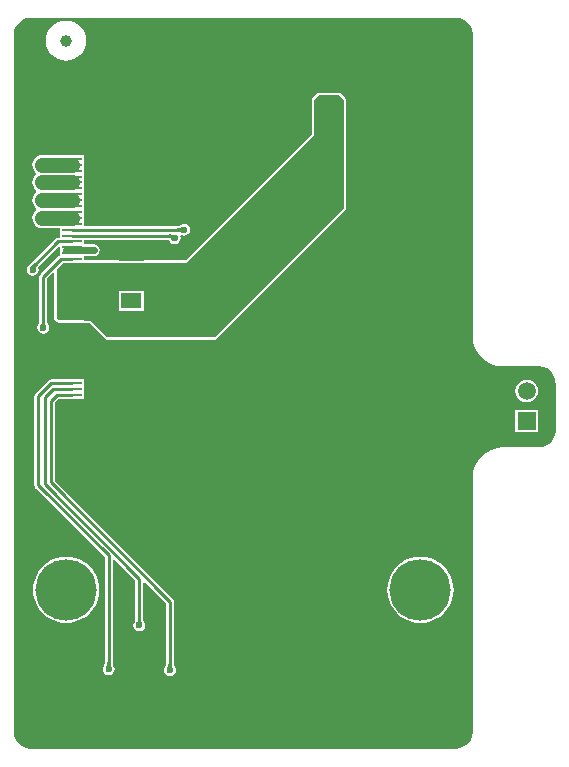
<source format=gtl>
G04 Layer_Physical_Order=1*
G04 Layer_Color=2232046*
%FSLAX44Y44*%
%MOMM*%
G71*
G01*
G75*
%ADD10R,1.7000X1.3000*%
%ADD11R,1.7000X0.2500*%
%ADD12R,1.7000X2.5000*%
%ADD13R,2.5000X2.0500*%
%ADD14C,1.0000*%
%ADD15C,0.2540*%
%ADD16C,1.3000*%
%ADD17C,0.6000*%
%ADD18C,5.2000*%
%ADD19C,1.5000*%
%ADD20R,1.5000X1.5000*%
%ADD21C,0.6000*%
G36*
X20000Y624392D02*
X380000D01*
X380317Y624455D01*
X383752Y624003D01*
X387248Y622555D01*
X390251Y620251D01*
X392555Y617248D01*
X394003Y613752D01*
X394455Y610317D01*
X394392Y610000D01*
Y540000D01*
Y355000D01*
X394392Y355000D01*
X394377D01*
X394869Y350001D01*
X396327Y345194D01*
X398695Y340764D01*
X401881Y336881D01*
X405764Y333695D01*
X410194Y331327D01*
X415001Y329869D01*
X420000Y329377D01*
Y329392D01*
X420000Y329392D01*
X450000D01*
X450317Y329455D01*
X453752Y329003D01*
X457248Y327555D01*
X460251Y325251D01*
X462555Y322249D01*
X464003Y318752D01*
X464333Y316245D01*
X464392Y315000D01*
X464392Y315000D01*
X464392Y313745D01*
Y275000D01*
X464455Y274683D01*
X464003Y271248D01*
X462555Y267752D01*
X460251Y264749D01*
X457248Y262445D01*
X453752Y260997D01*
X451245Y260667D01*
X450000Y260608D01*
X450000Y260608D01*
X448745Y260608D01*
X420000D01*
Y260623D01*
X415001Y260131D01*
X410194Y258673D01*
X405764Y256305D01*
X401881Y253118D01*
X398695Y249236D01*
X396327Y244806D01*
X394869Y239999D01*
X394377Y235000D01*
X394392D01*
X394392Y235000D01*
Y20000D01*
X394455Y19683D01*
X394003Y16248D01*
X392555Y12751D01*
X390251Y9749D01*
X387248Y7445D01*
X383752Y5997D01*
X380317Y5545D01*
X380000Y5608D01*
X20000D01*
X19683Y5545D01*
X16248Y5997D01*
X12751Y7445D01*
X9749Y9749D01*
X7445Y12751D01*
X5997Y16248D01*
X5545Y19683D01*
X5608Y20000D01*
Y610000D01*
X5545Y610317D01*
X5997Y613752D01*
X7445Y617248D01*
X9749Y620251D01*
X12751Y622555D01*
X16248Y624003D01*
X19683Y624455D01*
X20000Y624392D01*
D02*
G37*
%LPC*%
G36*
X440000Y317982D02*
X437520Y317655D01*
X435209Y316698D01*
X433225Y315175D01*
X431702Y313191D01*
X430745Y310880D01*
X430418Y308400D01*
X430745Y305920D01*
X431702Y303609D01*
X433225Y301625D01*
X435209Y300102D01*
X437520Y299144D01*
X440000Y298818D01*
X442480Y299144D01*
X444791Y300102D01*
X446776Y301625D01*
X448298Y303609D01*
X449255Y305920D01*
X449582Y308400D01*
X449255Y310880D01*
X448298Y313191D01*
X446776Y315175D01*
X444791Y316698D01*
X442480Y317655D01*
X440000Y317982D01*
D02*
G37*
G36*
X350000Y168087D02*
X345606Y167741D01*
X341321Y166712D01*
X337249Y165025D01*
X333491Y162722D01*
X330140Y159860D01*
X327277Y156509D01*
X324975Y152751D01*
X323288Y148679D01*
X322259Y144394D01*
X321913Y140000D01*
X322259Y135606D01*
X323288Y131321D01*
X324975Y127249D01*
X327277Y123491D01*
X330140Y120140D01*
X333491Y117277D01*
X337249Y114975D01*
X341321Y113288D01*
X345606Y112259D01*
X350000Y111913D01*
X354394Y112259D01*
X358679Y113288D01*
X362751Y114975D01*
X366509Y117277D01*
X369860Y120140D01*
X372723Y123491D01*
X375025Y127249D01*
X376712Y131321D01*
X377741Y135606D01*
X378087Y140000D01*
X377741Y144394D01*
X376712Y148679D01*
X375025Y152751D01*
X372723Y156509D01*
X369860Y159860D01*
X366509Y162722D01*
X362751Y165025D01*
X358679Y166712D01*
X354394Y167741D01*
X350000Y168087D01*
D02*
G37*
G36*
X50000D02*
X45606Y167741D01*
X41321Y166712D01*
X37249Y165025D01*
X33491Y162722D01*
X30140Y159860D01*
X27278Y156509D01*
X24975Y152751D01*
X23288Y148679D01*
X22259Y144394D01*
X21913Y140000D01*
X22259Y135606D01*
X23288Y131321D01*
X24975Y127249D01*
X27278Y123491D01*
X30140Y120140D01*
X33491Y117277D01*
X37249Y114975D01*
X41321Y113288D01*
X45606Y112259D01*
X50000Y111913D01*
X54394Y112259D01*
X58679Y113288D01*
X62751Y114975D01*
X66509Y117277D01*
X69860Y120140D01*
X72723Y123491D01*
X75025Y127249D01*
X76712Y131321D01*
X77741Y135606D01*
X78087Y140000D01*
X77741Y144394D01*
X76712Y148679D01*
X75025Y152751D01*
X72723Y156509D01*
X69860Y159860D01*
X66509Y162722D01*
X62751Y165025D01*
X58679Y166712D01*
X54394Y167741D01*
X50000Y168087D01*
D02*
G37*
G36*
X54750Y318334D02*
X37580D01*
X36304Y318080D01*
X35222Y317358D01*
X24102Y306238D01*
X23380Y305156D01*
X23126Y303881D01*
Y228699D01*
X23380Y227423D01*
X24102Y226341D01*
X82666Y167778D01*
Y78121D01*
X82656Y77979D01*
X82614Y77652D01*
X82559Y77353D01*
X82491Y77081D01*
X82412Y76835D01*
X82324Y76615D01*
X82226Y76416D01*
X82120Y76237D01*
X81957Y76007D01*
X81881Y75835D01*
X81290Y74951D01*
X80902Y73000D01*
X81290Y71049D01*
X82395Y69395D01*
X84049Y68290D01*
X86000Y67902D01*
X87951Y68290D01*
X89605Y69395D01*
X90710Y71049D01*
X91098Y73000D01*
X90710Y74951D01*
X90119Y75835D01*
X90043Y76007D01*
X89880Y76237D01*
X89774Y76416D01*
X89677Y76615D01*
X89588Y76835D01*
X89509Y77081D01*
X89441Y77353D01*
X89391Y77625D01*
X89334Y78198D01*
Y165871D01*
X90507Y166357D01*
X108766Y148098D01*
Y115021D01*
X108756Y114880D01*
X108715Y114552D01*
X108659Y114253D01*
X108591Y113981D01*
X108512Y113735D01*
X108424Y113515D01*
X108326Y113316D01*
X108220Y113137D01*
X108057Y112907D01*
X107981Y112735D01*
X107390Y111851D01*
X107002Y109900D01*
X107390Y107949D01*
X108495Y106295D01*
X110149Y105190D01*
X112100Y104802D01*
X114051Y105190D01*
X115705Y106295D01*
X116810Y107949D01*
X117198Y109900D01*
X116810Y111851D01*
X116219Y112735D01*
X116143Y112907D01*
X115980Y113137D01*
X115874Y113316D01*
X115777Y113515D01*
X115688Y113735D01*
X115609Y113981D01*
X115541Y114253D01*
X115491Y114525D01*
X115434Y115098D01*
Y146192D01*
X116607Y146678D01*
X134666Y128619D01*
Y77121D01*
X134656Y76979D01*
X134614Y76652D01*
X134559Y76353D01*
X134491Y76081D01*
X134412Y75835D01*
X134324Y75615D01*
X134226Y75416D01*
X134120Y75237D01*
X133957Y75007D01*
X133881Y74835D01*
X133290Y73951D01*
X132902Y72000D01*
X133290Y70049D01*
X134395Y68395D01*
X136049Y67290D01*
X138000Y66902D01*
X139951Y67290D01*
X141605Y68395D01*
X142710Y70049D01*
X143098Y72000D01*
X142710Y73951D01*
X142119Y74835D01*
X142043Y75007D01*
X141880Y75237D01*
X141774Y75416D01*
X141677Y75615D01*
X141588Y75835D01*
X141509Y76081D01*
X141441Y76353D01*
X141390Y76625D01*
X141334Y77198D01*
Y130000D01*
X141080Y131276D01*
X140358Y132358D01*
X40334Y232381D01*
Y298619D01*
X43381Y301666D01*
X54750D01*
X55173Y301750D01*
X65250D01*
Y306750D01*
Y318250D01*
X55173D01*
X54750Y318334D01*
D02*
G37*
G36*
X50000Y622082D02*
X46667Y621754D01*
X43463Y620782D01*
X40510Y619203D01*
X37921Y617079D01*
X35797Y614490D01*
X34218Y611537D01*
X33246Y608333D01*
X32918Y605000D01*
X33246Y601667D01*
X34218Y598463D01*
X35797Y595510D01*
X37921Y592921D01*
X40510Y590797D01*
X43463Y589218D01*
X46667Y588246D01*
X50000Y587918D01*
X53333Y588246D01*
X56537Y589218D01*
X59490Y590797D01*
X62079Y592921D01*
X64203Y595510D01*
X65782Y598463D01*
X66754Y601667D01*
X67082Y605000D01*
X66754Y608333D01*
X65782Y611537D01*
X64203Y614490D01*
X62079Y617079D01*
X59490Y619203D01*
X56537Y620782D01*
X53333Y621754D01*
X50000Y622082D01*
D02*
G37*
G36*
X449500Y292500D02*
X430500D01*
Y273500D01*
X449500D01*
Y292500D01*
D02*
G37*
G36*
X264000Y561039D02*
X263220Y560884D01*
X262558Y560442D01*
X262558Y560442D01*
X258558Y556442D01*
X258558Y556442D01*
X258116Y555780D01*
X257961Y555000D01*
Y525845D01*
X151155Y419039D01*
X115750D01*
X114970Y418884D01*
X114454Y418539D01*
X96046D01*
X95530Y418884D01*
X94750Y419039D01*
X65500D01*
Y422402D01*
X73250D01*
X75201Y422790D01*
X76855Y423895D01*
X77960Y425549D01*
X78348Y427500D01*
X77960Y429451D01*
X76855Y431105D01*
X75201Y432210D01*
X73250Y432598D01*
X65500D01*
Y436666D01*
X136288D01*
X136336Y436657D01*
X136456Y436618D01*
X136586Y436558D01*
X136734Y436468D01*
X136901Y436339D01*
X137087Y436165D01*
X137288Y435941D01*
X137502Y435664D01*
X137757Y435281D01*
X137894Y435144D01*
X138395Y434394D01*
X140049Y433289D01*
X142000Y432901D01*
X143951Y433289D01*
X145604Y434394D01*
X146710Y436048D01*
X147098Y437999D01*
X146777Y439613D01*
X147665Y440388D01*
X147806Y440453D01*
X148049Y440290D01*
X150000Y439902D01*
X151951Y440290D01*
X153605Y441395D01*
X154710Y443049D01*
X155098Y445000D01*
X154710Y446951D01*
X153605Y448605D01*
X151951Y449710D01*
X150000Y450098D01*
X148049Y449710D01*
X147165Y449119D01*
X146993Y449043D01*
X146763Y448880D01*
X146584Y448774D01*
X146385Y448676D01*
X146165Y448588D01*
X145919Y448509D01*
X145647Y448441D01*
X145375Y448391D01*
X144802Y448334D01*
X65500D01*
Y456750D01*
Y466750D01*
Y476750D01*
Y486750D01*
Y496750D01*
Y508250D01*
X57294D01*
X57219Y508281D01*
X55000Y508573D01*
X30000D01*
X27781Y508281D01*
X25713Y507425D01*
X23938Y506062D01*
X22575Y504287D01*
X21719Y502219D01*
X21427Y500000D01*
X21719Y497781D01*
X22575Y495713D01*
X23938Y493938D01*
X24768Y493300D01*
Y491700D01*
X23938Y491062D01*
X22575Y489287D01*
X21719Y487219D01*
X21427Y485000D01*
X21719Y482781D01*
X22575Y480713D01*
X23938Y478938D01*
X24768Y478300D01*
Y476700D01*
X23938Y476062D01*
X22575Y474287D01*
X21719Y472219D01*
X21427Y470000D01*
X21719Y467781D01*
X22575Y465713D01*
X23938Y463938D01*
X24768Y463300D01*
Y461700D01*
X23938Y461062D01*
X22575Y459287D01*
X21719Y457219D01*
X21427Y455000D01*
X21719Y452781D01*
X22575Y450713D01*
X23938Y448938D01*
X25713Y447575D01*
X27781Y446719D01*
X30000Y446427D01*
X44500D01*
Y438334D01*
X43000D01*
X41724Y438080D01*
X40642Y437357D01*
X19392Y416107D01*
X18670Y415026D01*
X18654Y414944D01*
X18145Y414605D01*
X17040Y412951D01*
X16652Y411000D01*
X17040Y409049D01*
X18145Y407395D01*
X19799Y406290D01*
X21750Y405902D01*
X23701Y406290D01*
X25355Y407395D01*
X26460Y409049D01*
X26848Y411000D01*
X26683Y411832D01*
X26685Y412019D01*
X26600Y412469D01*
X26559Y412816D01*
X26547Y413118D01*
X26558Y413374D01*
X26588Y413586D01*
X26631Y413758D01*
X26684Y413898D01*
X26745Y414016D01*
X26776Y414061D01*
X43230Y430515D01*
X44500Y429989D01*
Y423110D01*
X44350Y423080D01*
X43268Y422357D01*
X28393Y407482D01*
X27670Y406400D01*
X27416Y405125D01*
Y367121D01*
X27406Y366979D01*
X27364Y366652D01*
X27309Y366353D01*
X27241Y366081D01*
X27162Y365835D01*
X27074Y365615D01*
X26976Y365416D01*
X26870Y365237D01*
X26707Y365007D01*
X26631Y364835D01*
X26040Y363951D01*
X25652Y362000D01*
X26040Y360049D01*
X27145Y358395D01*
X28799Y357290D01*
X30750Y356902D01*
X32701Y357290D01*
X34355Y358395D01*
X35460Y360049D01*
X35848Y362000D01*
X35460Y363951D01*
X34869Y364835D01*
X34793Y365007D01*
X34630Y365237D01*
X34524Y365416D01*
X34427Y365615D01*
X34338Y365835D01*
X34259Y366081D01*
X34191Y366353D01*
X34141Y366625D01*
X34084Y367198D01*
Y403744D01*
X38788Y408447D01*
X39961Y407961D01*
Y402000D01*
Y387000D01*
Y370000D01*
X40116Y369220D01*
X40558Y368558D01*
X40558Y368558D01*
X41764Y367352D01*
X42021Y367180D01*
X42263Y366986D01*
X43307Y366442D01*
X43394Y366416D01*
X43470Y366366D01*
X43774Y366306D01*
X44071Y366219D01*
X44161Y366228D01*
X44250Y366211D01*
X64328D01*
X64470Y366116D01*
X65250Y365961D01*
X70155D01*
X83558Y352558D01*
X84220Y352116D01*
X85000Y351961D01*
X176000D01*
X176780Y352116D01*
X177442Y352558D01*
X177442Y352558D01*
X286442Y461558D01*
X286884Y462220D01*
X287039Y463000D01*
Y525000D01*
Y555000D01*
X287039Y555000D01*
X286884Y555780D01*
X286442Y556442D01*
X286442Y556442D01*
X282442Y560442D01*
X282442Y560442D01*
X281780Y560884D01*
X281000Y561039D01*
X264000Y561039D01*
D02*
G37*
%LPD*%
G36*
X139281Y77238D02*
X139370Y76339D01*
X139447Y75920D01*
X139547Y75521D01*
X139669Y75142D01*
X139812Y74784D01*
X139979Y74446D01*
X140167Y74128D01*
X140377Y73830D01*
X135623D01*
X135833Y74128D01*
X136021Y74446D01*
X136187Y74784D01*
X136331Y75142D01*
X136453Y75521D01*
X136553Y75920D01*
X136630Y76339D01*
X136686Y76778D01*
X136719Y77238D01*
X136730Y77718D01*
X139270D01*
X139281Y77238D01*
D02*
G37*
G36*
X87281Y78238D02*
X87370Y77339D01*
X87447Y76920D01*
X87547Y76521D01*
X87669Y76142D01*
X87812Y75784D01*
X87979Y75446D01*
X88167Y75128D01*
X88377Y74830D01*
X83623D01*
X83833Y75128D01*
X84021Y75446D01*
X84187Y75784D01*
X84331Y76142D01*
X84453Y76521D01*
X84553Y76920D01*
X84630Y77339D01*
X84686Y77779D01*
X84719Y78238D01*
X84730Y78718D01*
X87270D01*
X87281Y78238D01*
D02*
G37*
G36*
X113381Y115138D02*
X113470Y114239D01*
X113547Y113820D01*
X113647Y113421D01*
X113769Y113042D01*
X113912Y112684D01*
X114079Y112346D01*
X114267Y112028D01*
X114477Y111730D01*
X109723D01*
X109933Y112028D01*
X110121Y112346D01*
X110288Y112684D01*
X110431Y113042D01*
X110553Y113421D01*
X110653Y113820D01*
X110730Y114239D01*
X110786Y114678D01*
X110819Y115138D01*
X110830Y115618D01*
X113370D01*
X113381Y115138D01*
D02*
G37*
G36*
X281000Y559000D02*
X285000Y555000D01*
Y525000D01*
Y463000D01*
X176000Y354000D01*
X85000D01*
X71000Y368000D01*
X65250D01*
Y368250D01*
X44250D01*
X43205Y368795D01*
X42000Y370000D01*
Y387000D01*
Y402000D01*
Y411659D01*
X47007Y416666D01*
X55000D01*
X55423Y416750D01*
X65500D01*
Y417000D01*
X94750D01*
Y416500D01*
X115750D01*
Y417000D01*
X152000D01*
X260000Y525000D01*
Y555000D01*
X264000Y559000D01*
X281000Y559000D01*
D02*
G37*
G36*
X141161Y440880D02*
X139454Y436412D01*
X139160Y436853D01*
X138857Y437247D01*
X138544Y437594D01*
X138222Y437896D01*
X137891Y438151D01*
X137549Y438359D01*
X137199Y438521D01*
X136839Y438637D01*
X136469Y438707D01*
X136090Y438730D01*
X136764Y441270D01*
X141161Y440880D01*
D02*
G37*
G36*
X148170Y442623D02*
X147872Y442833D01*
X147554Y443021D01*
X147216Y443187D01*
X146858Y443331D01*
X146479Y443453D01*
X146080Y443553D01*
X145661Y443630D01*
X145222Y443686D01*
X144762Y443719D01*
X144282Y443730D01*
Y446270D01*
X144762Y446281D01*
X145661Y446370D01*
X146080Y446447D01*
X146479Y446547D01*
X146858Y446669D01*
X147216Y446813D01*
X147554Y446979D01*
X147872Y447167D01*
X148170Y447377D01*
Y442623D01*
D02*
G37*
G36*
X25461Y415665D02*
X25208Y415379D01*
X24994Y415068D01*
X24818Y414730D01*
X24681Y414367D01*
X24584Y413978D01*
X24525Y413562D01*
X24506Y413121D01*
X24525Y412654D01*
X24583Y412162D01*
X24680Y411643D01*
X20340Y413648D01*
X23214Y417010D01*
X25461Y415665D01*
D02*
G37*
G36*
X32031Y367238D02*
X32120Y366339D01*
X32197Y365920D01*
X32297Y365521D01*
X32419Y365142D01*
X32562Y364784D01*
X32729Y364446D01*
X32917Y364128D01*
X33127Y363830D01*
X28373D01*
X28583Y364128D01*
X28771Y364446D01*
X28937Y364784D01*
X29081Y365142D01*
X29203Y365521D01*
X29303Y365920D01*
X29380Y366339D01*
X29436Y366778D01*
X29469Y367238D01*
X29480Y367718D01*
X32020D01*
X32031Y367238D01*
D02*
G37*
%LPC*%
G36*
X115750Y393500D02*
X94750D01*
Y376500D01*
X115750D01*
Y393500D01*
D02*
G37*
%LPD*%
G36*
X113711Y378539D02*
X96789D01*
Y391461D01*
X113711D01*
Y378539D01*
D02*
G37*
D10*
X105250Y505000D02*
D03*
Y305000D02*
D03*
Y345000D02*
D03*
Y385000D02*
D03*
Y465000D02*
D03*
Y425000D02*
D03*
D11*
X55000Y505000D02*
D03*
Y500000D02*
D03*
Y495000D02*
D03*
Y490000D02*
D03*
Y485000D02*
D03*
Y480000D02*
D03*
Y475000D02*
D03*
Y470000D02*
D03*
Y465000D02*
D03*
Y460000D02*
D03*
Y455000D02*
D03*
Y450000D02*
D03*
Y445000D02*
D03*
Y440000D02*
D03*
Y435000D02*
D03*
Y430000D02*
D03*
Y425000D02*
D03*
Y420000D02*
D03*
Y415000D02*
D03*
Y410000D02*
D03*
X54750Y405000D02*
D03*
Y400000D02*
D03*
Y395000D02*
D03*
Y390000D02*
D03*
Y385000D02*
D03*
Y380000D02*
D03*
Y375000D02*
D03*
Y370000D02*
D03*
Y365000D02*
D03*
Y360000D02*
D03*
Y355000D02*
D03*
Y350000D02*
D03*
Y345000D02*
D03*
Y340000D02*
D03*
Y335000D02*
D03*
Y330000D02*
D03*
Y325000D02*
D03*
Y320000D02*
D03*
Y315000D02*
D03*
Y310000D02*
D03*
Y305000D02*
D03*
D12*
X105250Y535000D02*
D03*
Y275000D02*
D03*
X54750Y535000D02*
D03*
Y275000D02*
D03*
D13*
X85500Y564000D02*
D03*
Y246000D02*
D03*
D14*
X50000Y605000D02*
D03*
D15*
X39000Y310000D02*
X54750D01*
X37000Y231000D02*
X138000Y130000D01*
Y72000D02*
Y130000D01*
X112100Y109900D02*
Y149480D01*
X86000Y73000D02*
Y169159D01*
X26460Y228699D02*
X86000Y169159D01*
X26460Y228699D02*
Y303881D01*
X37580Y315000D02*
X54750D01*
X26460Y303881D02*
X37580Y315000D01*
X37000Y231000D02*
Y300000D01*
X42000Y305000D01*
X54750D01*
X32000Y229580D02*
X112100Y149480D01*
X32000Y229580D02*
Y303000D01*
X39000Y310000D01*
X55000Y445000D02*
X150000D01*
X55000Y440000D02*
X139999D01*
X142000Y437999D01*
X43000Y435000D02*
X55000D01*
X21750Y413750D02*
X43000Y435000D01*
X21750Y411000D02*
Y413750D01*
X45626Y420000D02*
X55000D01*
X30750Y405125D02*
X45626Y420000D01*
X30750Y362000D02*
Y405125D01*
D16*
X30000Y455000D02*
X55000D01*
X30000Y470000D02*
X55000D01*
X30000Y485000D02*
X55000D01*
X30000Y500000D02*
X55000D01*
D17*
X50000Y427500D02*
X73250D01*
D18*
X350000Y140000D02*
D03*
X50000D02*
D03*
D19*
X440000Y308400D02*
D03*
D20*
Y283000D02*
D03*
D21*
X105250Y385000D02*
D03*
X376000Y476000D02*
D03*
Y336000D02*
D03*
X411000Y266000D02*
D03*
X376000Y196000D02*
D03*
Y56000D02*
D03*
X341000Y546000D02*
D03*
X306000Y476000D02*
D03*
X341000Y406000D02*
D03*
X306000Y336000D02*
D03*
X341000Y266000D02*
D03*
X306000Y196000D02*
D03*
Y56000D02*
D03*
X271000Y406000D02*
D03*
Y266000D02*
D03*
X236000Y196000D02*
D03*
X271000Y126000D02*
D03*
X236000Y56000D02*
D03*
X201000Y546000D02*
D03*
X166000Y476000D02*
D03*
Y336000D02*
D03*
X201000Y266000D02*
D03*
X166000Y196000D02*
D03*
X201000Y126000D02*
D03*
X166000Y56000D02*
D03*
X131000Y266000D02*
D03*
X96000Y196000D02*
D03*
X131000Y126000D02*
D03*
X96000Y56000D02*
D03*
X26000Y196000D02*
D03*
Y56000D02*
D03*
X138000Y72000D02*
D03*
X112100Y109900D02*
D03*
X86000Y73000D02*
D03*
X266000Y528000D02*
D03*
X279000D02*
D03*
X273000Y535000D02*
D03*
X266000Y543000D02*
D03*
X280000D02*
D03*
X273000Y550000D02*
D03*
X30000Y455000D02*
D03*
Y470000D02*
D03*
Y485000D02*
D03*
Y500000D02*
D03*
X39000D02*
D03*
Y485000D02*
D03*
Y470000D02*
D03*
Y455000D02*
D03*
X150000Y445000D02*
D03*
X142000Y437999D02*
D03*
X73250Y427500D02*
D03*
X21750Y411000D02*
D03*
X30750Y362000D02*
D03*
M02*

</source>
